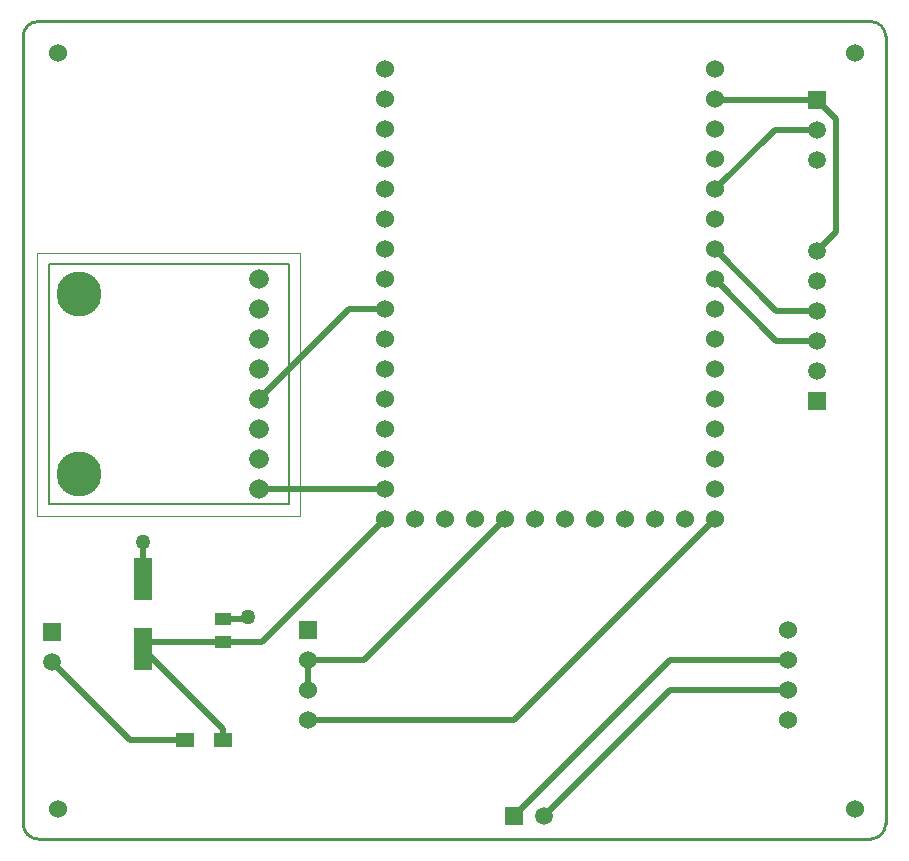
<source format=gtl>
G04 Layer_Physical_Order=1*
G04 Layer_Color=255*
%FSLAX25Y25*%
%MOIN*%
G70*
G01*
G75*
%ADD10R,0.06299X0.04724*%
G04:AMPARAMS|DCode=11|XSize=141.73mil|YSize=62.99mil|CornerRadius=7.87mil|HoleSize=0mil|Usage=FLASHONLY|Rotation=270.000|XOffset=0mil|YOffset=0mil|HoleType=Round|Shape=RoundedRectangle|*
%AMROUNDEDRECTD11*
21,1,0.14173,0.04724,0,0,270.0*
21,1,0.12598,0.06299,0,0,270.0*
1,1,0.01575,-0.02362,-0.06299*
1,1,0.01575,-0.02362,0.06299*
1,1,0.01575,0.02362,0.06299*
1,1,0.01575,0.02362,-0.06299*
%
%ADD11ROUNDEDRECTD11*%
%ADD12R,0.05512X0.04331*%
%ADD13C,0.01968*%
%ADD14C,0.01000*%
%ADD15C,0.00787*%
%ADD16C,0.00394*%
%ADD17R,0.05905X0.05905*%
%ADD18C,0.05905*%
%ADD19C,0.06000*%
%ADD20R,0.05905X0.05905*%
%ADD21C,0.15000*%
%ADD22C,0.06555*%
%ADD23R,0.06000X0.06000*%
%ADD24C,0.05000*%
D10*
X204691Y153000D02*
D03*
X192092D02*
D03*
D11*
X178000Y206614D02*
D03*
Y183386D02*
D03*
D12*
X204500Y193437D02*
D03*
Y185563D02*
D03*
D13*
X212437Y193437D02*
X213000Y194000D01*
X204500Y193437D02*
X212437D01*
X178000Y206614D02*
Y219000D01*
X402500Y316000D02*
X408953Y322453D01*
Y360000D01*
X402500Y366453D02*
X408953Y360000D01*
X216500Y236500D02*
X258500D01*
X216500Y266500D02*
X246500Y296500D01*
X258500D01*
X389000Y296000D02*
X402500D01*
X368500Y316500D02*
X389000Y296000D01*
X368500Y336500D02*
X388453Y356453D01*
X402500D01*
X368500Y366500D02*
X368547Y366453D01*
X402500D01*
X368500Y306500D02*
X389000Y286000D01*
X402500D01*
X311500Y127500D02*
X353500Y169500D01*
X393000D01*
X301500Y127500D02*
X353500Y179500D01*
X393000D01*
X301500Y159500D02*
X368500Y226500D01*
X233000Y159500D02*
X301500D01*
X251500Y179500D02*
X298500Y226500D01*
X233000Y179500D02*
X251500D01*
X233000Y169500D02*
Y179500D01*
X178000Y183386D02*
X180177Y185563D01*
X204500D01*
X217563D02*
X258500Y226500D01*
X204500Y185563D02*
X217563D01*
X204691Y153000D02*
Y156695D01*
X178000Y183386D02*
X204691Y156695D01*
X173760Y153000D02*
X192092D01*
X147760Y179000D02*
X173760Y153000D01*
D14*
X143000Y392500D02*
G03*
X138000Y387500I0J-5000D01*
G01*
Y125000D02*
G03*
X143000Y120000I5000J0D01*
G01*
X420500D02*
G03*
X425500Y125000I0J5000D01*
G01*
Y387500D02*
G03*
X420500Y392500I-5000J0D01*
G01*
X143000D02*
X305000D01*
X138000Y125000D02*
Y387500D01*
X143000Y120000D02*
X420500D01*
X425500Y125000D02*
Y387500D01*
X305000Y392500D02*
X420500D01*
D15*
X146500Y231500D02*
X226500D01*
Y311500D01*
X146500D02*
X226500D01*
X146500Y231500D02*
Y311500D01*
D16*
X142563Y227563D02*
X230437D01*
Y315437D01*
X142563D02*
X230437D01*
X142563Y227563D02*
Y315437D01*
D17*
X301500Y127500D02*
D03*
D18*
X311500D02*
D03*
X402500Y356453D02*
D03*
Y346453D02*
D03*
Y276000D02*
D03*
Y286000D02*
D03*
Y296000D02*
D03*
Y306000D02*
D03*
Y316000D02*
D03*
X147760Y179000D02*
D03*
D19*
X415354Y129921D02*
D03*
X149606D02*
D03*
X415354Y381890D02*
D03*
X149606D02*
D03*
X258500Y226500D02*
D03*
Y236500D02*
D03*
Y246500D02*
D03*
Y256500D02*
D03*
Y266500D02*
D03*
Y276500D02*
D03*
Y286500D02*
D03*
Y296500D02*
D03*
Y306500D02*
D03*
Y316500D02*
D03*
Y326500D02*
D03*
Y336500D02*
D03*
Y346500D02*
D03*
Y356500D02*
D03*
Y366500D02*
D03*
Y376500D02*
D03*
X268500Y226500D02*
D03*
X278500D02*
D03*
X288500D02*
D03*
X298500D02*
D03*
X308500D02*
D03*
X318500D02*
D03*
X328500D02*
D03*
X338500D02*
D03*
X348500D02*
D03*
X358500D02*
D03*
X368500D02*
D03*
Y236500D02*
D03*
Y246500D02*
D03*
Y256500D02*
D03*
Y266500D02*
D03*
Y276500D02*
D03*
Y286500D02*
D03*
Y296500D02*
D03*
Y306500D02*
D03*
Y316500D02*
D03*
Y326500D02*
D03*
Y336500D02*
D03*
Y346500D02*
D03*
Y356500D02*
D03*
Y366500D02*
D03*
Y376500D02*
D03*
X233000Y179500D02*
D03*
Y169500D02*
D03*
Y159500D02*
D03*
X393000D02*
D03*
Y169500D02*
D03*
Y179500D02*
D03*
Y189500D02*
D03*
D20*
X402500Y366453D02*
D03*
Y266000D02*
D03*
X147760Y189000D02*
D03*
D21*
X156500Y301500D02*
D03*
Y241500D02*
D03*
D22*
X216500Y306500D02*
D03*
Y296500D02*
D03*
Y286500D02*
D03*
Y276500D02*
D03*
Y266500D02*
D03*
Y256500D02*
D03*
Y246500D02*
D03*
Y236500D02*
D03*
D23*
X233000Y189500D02*
D03*
D24*
X213000Y194000D02*
D03*
X178000Y219000D02*
D03*
M02*

</source>
